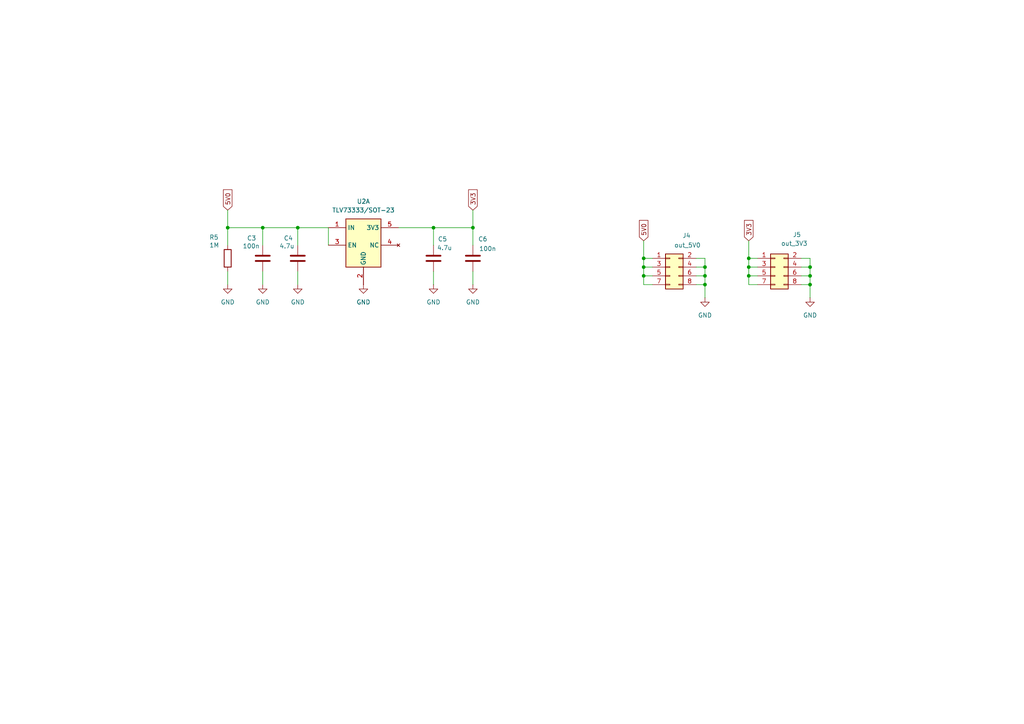
<source format=kicad_sch>
(kicad_sch (version 20231120) (generator "eeschema") (generator_version "8.0")
  (paper "A4")
  (lib_symbols
    (symbol "Connector_Generic:Conn_02x04_Odd_Even" (pin_names (offset 1.016) hide)
      (property "Reference" "J" (at 1.27 5.08 0))
      (property "Value" "Conn_02x04_Odd_Even" (at 1.27 -7.62 0))
      (symbol "Conn_02x04_Odd_Even_1_1"
        (rectangle (start -1.27 -4.953) (end 0 -5.207) (stroke (width 0.1524)))
        (rectangle (start -1.27 -2.413) (end 0 -2.667) (stroke (width 0.1524)))
        (rectangle (start -1.27 0.127) (end 0 -0.127) (stroke (width 0.1524)))
        (rectangle (start -1.27 2.667) (end 0 2.413) (stroke (width 0.1524)))
        (rectangle (start -1.27 3.81) (end 3.81 -6.35) (stroke (width 0.254)) (fill (type background)))
        (rectangle (start 3.81 -4.953) (end 2.54 -5.207) (stroke (width 0.1524)))
        (rectangle (start 3.81 -2.413) (end 2.54 -2.667) (stroke (width 0.1524)))
        (rectangle (start 3.81 0.127) (end 2.54 -0.127) (stroke (width 0.1524)))
        (rectangle (start 3.81 2.667) (end 2.54 2.413) (stroke (width 0.1524)))
        (pin passive line (at -5.08 2.54 0) (length 3.81) (name "Pin_1") (number "1"))
        (pin passive line (at 7.62 2.54 180) (length 3.81) (name "Pin_2") (number "2"))
        (pin passive line (at -5.08 0 0) (length 3.81) (name "Pin_3") (number "3"))
        (pin passive line (at 7.62 0 180) (length 3.81) (name "Pin_4") (number "4"))
        (pin passive line (at -5.08 -2.54 0) (length 3.81) (name "Pin_5") (number "5"))
        (pin passive line (at 7.62 -2.54 180) (length 3.81) (name "Pin_6") (number "6"))
        (pin passive line (at -5.08 -5.08 0) (length 3.81) (name "Pin_7") (number "7"))
        (pin passive line (at 7.62 -5.08 180) (length 3.81) (name "Pin_8") (number "8"))
      )
    )
    (symbol "Device:C" (pin_numbers hide) (pin_names (offset 0.254))
      (property "Reference" "C" (at 0.635 2.54 0))
      (property "Value" "C" (at 0.635 -2.54 0))
      (symbol "C_0_1"
        (polyline (pts (xy -2.032 -0.762) (xy 2.032 -0.762)) (stroke (width 0.508)))
        (polyline (pts (xy -2.032 0.762) (xy 2.032 0.762)) (stroke (width 0.508)))
      )
      (symbol "C_1_1"
        (pin passive line (at 0 3.81 270) (length 2.794) (name "~") (number "1"))
        (pin passive line (at 0 -3.81 90) (length 2.794) (name "~") (number "2"))
      )
    )
    (symbol "Device:R" (pin_numbers hide) (pin_names (offset 0))
      (property "Reference" "R" (at 2.032 0 90))
      (property "Value" "R" (at 0 0 90))
      (symbol "R_0_1"
        (rectangle (start -1.016 -2.54) (end 1.016 2.54) (stroke (width 0.254)))
      )
      (symbol "R_1_1"
        (pin passive line (at 0 3.81 270) (length 1.27) (name "~") (number "1"))
        (pin passive line (at 0 -3.81 90) (length 1.27) (name "~") (number "2"))
      )
    )
    (symbol "Secoh:VRegs/TLV73333-SOT-23"
      (property "Reference" "U" (at -4.572 9.398 0))
      (property "Value" "TLV73333/SOT-23" (at -0.508 6.858 0))
      (symbol "VRegs/TLV73333-SOT-23_0_0"
        (rectangle (start -5.08 5.08) (end 5.08 -8.89) (stroke (width 0.254)) (fill (type background)))
        (pin passive line (at 0 -13.97 90) (length 5.08) (name "GND") (number "2"))
        (pin no_connect line (at 10.16 -2.54 180) (length 5.08) (name "NC") (number "4"))
      )
      (symbol "VRegs/TLV73333-SOT-23_1_1"
        (pin input line (at -10.16 2.54 0) (length 5.08) (name "IN") (number "1"))
        (pin input line (at -10.16 -2.54 0) (length 5.08) (name "EN") (number "3"))
        (pin output line (at 10.16 2.54 180) (length 5.08) (name "3V3") (number "5"))
      )
      (symbol "VRegs/TLV73333-SOT-23_2_1"
        (pin output line (at 7.62 2.54 180) (length 5.08) (name "3V3") (number "4"))
        (pin input line (at -7.62 2.54 0) (length 5.08) (name "IN") (number "5"))
        (pin input line (at -7.62 -2.54 0) (length 5.08) (name "EN") (number "6"))
      )
      (symbol "VRegs/TLV73333-SOT-23_3_1"
        (pin output line (at 7.62 2.54 180) (length 5.08) (name "3V3") (number "10"))
        (pin input line (at -7.62 2.54 0) (length 5.08) (name "IN") (number "8"))
        (pin input line (at -7.62 -2.54 0) (length 5.08) (name "EN") (number "9"))
      )
      (symbol "VRegs/TLV73333-SOT-23_4_1"
        (pin output line (at 7.62 2.54 180) (length 5.08) (name "3V3") (number "11"))
        (pin input line (at -7.62 2.54 0) (length 5.08) (name "IN") (number "12"))
        (pin input line (at -7.62 -2.54 0) (length 5.08) (name "EN") (number "13"))
      )
    )
    (symbol "power:GND" (power) (pin_numbers hide) (pin_names (offset 0) hide)
      (property "Value" "GND" (at 0 -3.81 0))
      (symbol "GND_0_1"
        (polyline (pts (xy 0 0) (xy 0 -1.27) (xy 1.27 -1.27) (xy 0 -2.54) (xy -1.27 -1.27) (xy 0 -1.27)))
      )
      (symbol "GND_1_1"
        (pin power_in line (at 0 0 270) (length 0) (name "~") (number "1"))
      )
    )
  )
  (junction (at 204.47 80.01))
  (junction (at 217.17 80.01))
  (junction (at 204.47 77.47))
  (junction (at 86.36 66.04))
  (junction (at 234.95 77.47))
  (junction (at 186.69 77.47))
  (junction (at 217.17 74.93))
  (junction (at 76.2 66.04))
  (junction (at 66.04 66.04))
  (junction (at 186.69 80.01))
  (junction (at 186.69 74.93))
  (junction (at 137.16 66.04))
  (junction (at 204.47 82.55))
  (junction (at 125.73 66.04))
  (junction (at 234.95 80.01))
  (junction (at 234.95 82.55))
  (junction (at 217.17 77.47))
  (wire (pts (xy 217.17 82.55) (xy 219.71 82.55)))
  (wire (pts (xy 95.25 66.04) (xy 86.36 66.04)))
  (wire (pts (xy 86.36 78.74) (xy 86.36 82.55)))
  (wire (pts (xy 204.47 74.93) (xy 201.93 74.93)))
  (wire (pts (xy 217.17 77.47) (xy 219.71 77.47)))
  (wire (pts (xy 186.69 80.01) (xy 189.23 80.01)))
  (wire (pts (xy 137.16 60.96) (xy 137.16 66.04)))
  (wire (pts (xy 86.36 66.04) (xy 76.2 66.04)))
  (wire (pts (xy 76.2 66.04) (xy 66.04 66.04)))
  (wire (pts (xy 186.69 80.01) (xy 186.69 77.47)))
  (wire (pts (xy 204.47 82.55) (xy 204.47 80.01)))
  (wire (pts (xy 234.95 82.55) (xy 234.95 80.01)))
  (wire (pts (xy 66.04 60.96) (xy 66.04 66.04)))
  (wire (pts (xy 204.47 80.01) (xy 204.47 77.47)))
  (wire (pts (xy 217.17 80.01) (xy 217.17 82.55)))
  (wire (pts (xy 76.2 78.74) (xy 76.2 82.55)))
  (wire (pts (xy 234.95 77.47) (xy 232.41 77.47)))
  (wire (pts (xy 137.16 66.04) (xy 137.16 71.12)))
  (wire (pts (xy 204.47 77.47) (xy 204.47 74.93)))
  (wire (pts (xy 76.2 66.04) (xy 76.2 71.12)))
  (wire (pts (xy 137.16 78.74) (xy 137.16 82.55)))
  (wire (pts (xy 217.17 69.85) (xy 217.17 74.93)))
  (wire (pts (xy 66.04 78.74) (xy 66.04 82.55)))
  (wire (pts (xy 234.95 80.01) (xy 232.41 80.01)))
  (wire (pts (xy 217.17 80.01) (xy 219.71 80.01)))
  (wire (pts (xy 232.41 74.93) (xy 234.95 74.93)))
  (wire (pts (xy 217.17 74.93) (xy 217.17 77.47)))
  (wire (pts (xy 125.73 66.04) (xy 137.16 66.04)))
  (wire (pts (xy 115.57 66.04) (xy 125.73 66.04)))
  (wire (pts (xy 125.73 66.04) (xy 125.73 71.12)))
  (wire (pts (xy 217.17 77.47) (xy 217.17 80.01)))
  (wire (pts (xy 204.47 82.55) (xy 204.47 86.36)))
  (wire (pts (xy 186.69 77.47) (xy 186.69 74.93)))
  (wire (pts (xy 232.41 82.55) (xy 234.95 82.55)))
  (wire (pts (xy 86.36 66.04) (xy 86.36 71.12)))
  (wire (pts (xy 204.47 80.01) (xy 201.93 80.01)))
  (wire (pts (xy 66.04 66.04) (xy 66.04 71.12)))
  (wire (pts (xy 125.73 78.74) (xy 125.73 82.55)))
  (wire (pts (xy 186.69 82.55) (xy 186.69 80.01)))
  (wire (pts (xy 95.25 66.04) (xy 95.25 71.12)))
  (wire (pts (xy 186.69 77.47) (xy 189.23 77.47)))
  (wire (pts (xy 234.95 77.47) (xy 234.95 80.01)))
  (wire (pts (xy 234.95 74.93) (xy 234.95 77.47)))
  (wire (pts (xy 201.93 82.55) (xy 204.47 82.55)))
  (wire (pts (xy 186.69 74.93) (xy 189.23 74.93)))
  (wire (pts (xy 186.69 69.85) (xy 186.69 74.93)))
  (wire (pts (xy 204.47 77.47) (xy 201.93 77.47)))
  (wire (pts (xy 219.71 74.93) (xy 217.17 74.93)))
  (wire (pts (xy 234.95 82.55) (xy 234.95 86.36)))
  (wire (pts (xy 189.23 82.55) (xy 186.69 82.55)))
  (global_label "3V3" (shape input) (at 137.16 60.96 90) (property "Intersheetrefs" "${INTERSHEET_REFS}" (effects (hide yes))))
  (global_label "3V3" (shape input) (at 217.17 69.85 90) (property "Intersheetrefs" "${INTERSHEET_REFS}" (effects (hide yes))))
  (global_label "5V0" (shape input) (at 186.69 69.85 90) (property "Intersheetrefs" "${INTERSHEET_REFS}" (effects (hide yes))))
  (global_label "5V0" (shape input) (at 66.04 60.96 90) (property "Intersheetrefs" "${INTERSHEET_REFS}" (effects (hide yes))))
  (symbol (lib_id "power:GND") (at 125.73 82.55 0) (unit 1)
    (property "Reference" "#PWR013" (effects (hide yes)))
    (property "Value" "GND" (at 125.73 87.63 0))
    (property "Description" "Power symbol creates a global label with name \"GND\" , ground" (effects (hide yes)))
  )
  (symbol (lib_id "Device:C") (at 137.16 74.93 0) (unit 1)
    (property "Reference" "C6" (at 138.684 69.342 0) (effects (justify left)))
    (property "Value" "100n" (at 138.938 72.136 0) (effects (justify left)))
    (property "Footprint" "Capacitor_SMD:C_0805_2012Metric_Pad1.18x1.45mm_HandSolder" (effects (hide yes)))
    (property "Description" "Unpolarized capacitor" (effects (hide yes)))
  )
  (symbol (lib_id "Device:C") (at 76.2 74.93 0) (unit 1)
    (property "Reference" "C3" (at 71.628 69.088 0) (effects (justify left)))
    (property "Value" "100n" (at 70.358 71.374 0) (effects (justify left)))
    (property "Footprint" "Capacitor_SMD:C_0805_2012Metric_Pad1.18x1.45mm_HandSolder" (effects (hide yes)))
    (property "Description" "Unpolarized capacitor" (effects (hide yes)))
  )
  (symbol (lib_id "power:GND") (at 234.95 86.36 0) (unit 1)
    (property "Reference" "#PWR016" (effects (hide yes)))
    (property "Value" "GND" (at 234.95 91.44 0))
    (property "Description" "Power symbol creates a global label with name \"GND\" , ground" (effects (hide yes)))
  )
  (symbol (lib_id "Device:C") (at 86.36 74.93 0) (unit 1)
    (property "Reference" "C4" (at 82.296 69.088 0) (effects (justify left)))
    (property "Value" "4.7u" (at 81.026 71.374 0) (effects (justify left)))
    (property "Footprint" "Capacitor_SMD:C_0805_2012Metric_Pad1.18x1.45mm_HandSolder" (effects (hide yes)))
    (property "Description" "Unpolarized capacitor" (effects (hide yes)))
  )
  (symbol (lib_id "Secoh:VRegs/TLV73333-SOT-23") (at 105.41 68.58 0) (unit 1)
    (property "Reference" "U2" (at 105.41 58.42 0))
    (property "Value" "TLV73333/SOT-23" (at 105.41 60.96 0))
    (property "Footprint" "Package_TO_SOT_SMD:SOT-23-5_HandSoldering" (effects (hide yes)))
  )
  (symbol (lib_id "Device:R") (at 66.04 74.93 0) (unit 1)
    (property "Reference" "R5" (at 60.706 68.834 0) (effects (justify left)))
    (property "Value" "1M" (at 60.706 71.12 0) (effects (justify left)))
    (property "Footprint" "Resistor_SMD:R_0805_2012Metric_Pad1.20x1.40mm_HandSolder" (effects (hide yes)))
    (property "Description" "Resistor" (effects (hide yes)))
  )
  (symbol (lib_id "Connector_Generic:Conn_02x04_Odd_Even") (at 194.31 77.47 0) (unit 1)
    (property "Reference" "J4" (at 199.136 68.326 0))
    (property "Value" "out_5V0" (at 199.39 71.12 0))
    (property "Footprint" "Connector_PinHeader_2.54mm:PinHeader_2x04_P2.54mm_Vertical" (effects (hide yes)))
    (property "Description" "Generic connector, double row, 02x04, odd/even pin numbering scheme (row 1 odd numbers, row 2 even numbers), script generated (kicad-library-utils/schlib/autogen/connector/)" (effects (hide yes)))
  )
  (symbol (lib_id "Device:C") (at 125.73 74.93 0) (unit 1)
    (property "Reference" "C5" (at 127 69.342 0) (effects (justify left)))
    (property "Value" "4.7u" (at 126.746 71.882 0) (effects (justify left)))
    (property "Footprint" "Capacitor_SMD:C_0805_2012Metric_Pad1.18x1.45mm_HandSolder" (effects (hide yes)))
    (property "Description" "Unpolarized capacitor" (effects (hide yes)))
  )
  (symbol (lib_id "power:GND") (at 137.16 82.55 0) (unit 1)
    (property "Reference" "#PWR014" (effects (hide yes)))
    (property "Value" "GND" (at 137.16 87.63 0))
    (property "Description" "Power symbol creates a global label with name \"GND\" , ground" (effects (hide yes)))
  )
  (symbol (lib_id "power:GND") (at 204.47 86.36 0) (unit 1)
    (property "Reference" "#PWR015" (effects (hide yes)))
    (property "Value" "GND" (at 204.47 91.44 0))
    (property "Description" "Power symbol creates a global label with name \"GND\" , ground" (effects (hide yes)))
  )
  (symbol (lib_id "power:GND") (at 66.04 82.55 0) (unit 1)
    (property "Reference" "#PWR02" (effects (hide yes)))
    (property "Value" "GND" (at 66.04 87.63 0))
    (property "Description" "Power symbol creates a global label with name \"GND\" , ground" (effects (hide yes)))
  )
  (symbol (lib_id "power:GND") (at 86.36 82.55 0) (unit 1)
    (property "Reference" "#PWR011" (effects (hide yes)))
    (property "Value" "GND" (at 86.36 87.63 0))
    (property "Description" "Power symbol creates a global label with name \"GND\" , ground" (effects (hide yes)))
  )
  (symbol (lib_id "power:GND") (at 105.41 82.55 0) (unit 1)
    (property "Reference" "#PWR012" (effects (hide yes)))
    (property "Value" "GND" (at 105.41 87.63 0))
    (property "Description" "Power symbol creates a global label with name \"GND\" , ground" (effects (hide yes)))
  )
  (symbol (lib_id "power:GND") (at 76.2 82.55 0) (unit 1)
    (property "Reference" "#PWR010" (effects (hide yes)))
    (property "Value" "GND" (at 76.2 87.63 0))
    (property "Description" "Power symbol creates a global label with name \"GND\" , ground" (effects (hide yes)))
  )
  (symbol (lib_id "Connector_Generic:Conn_02x04_Odd_Even") (at 224.79 77.47 0) (unit 1)
    (property "Reference" "J5" (at 231.14 68.072 0))
    (property "Value" "out_3V3" (at 230.378 70.612 0))
    (property "Footprint" "Connector_PinHeader_2.54mm:PinHeader_2x04_P2.54mm_Vertical" (effects (hide yes)))
    (property "Description" "Generic connector, double row, 02x04, odd/even pin numbering scheme (row 1 odd numbers, row 2 even numbers), script generated (kicad-library-utils/schlib/autogen/connector/)" (effects (hide yes)))
  )
)
</source>
